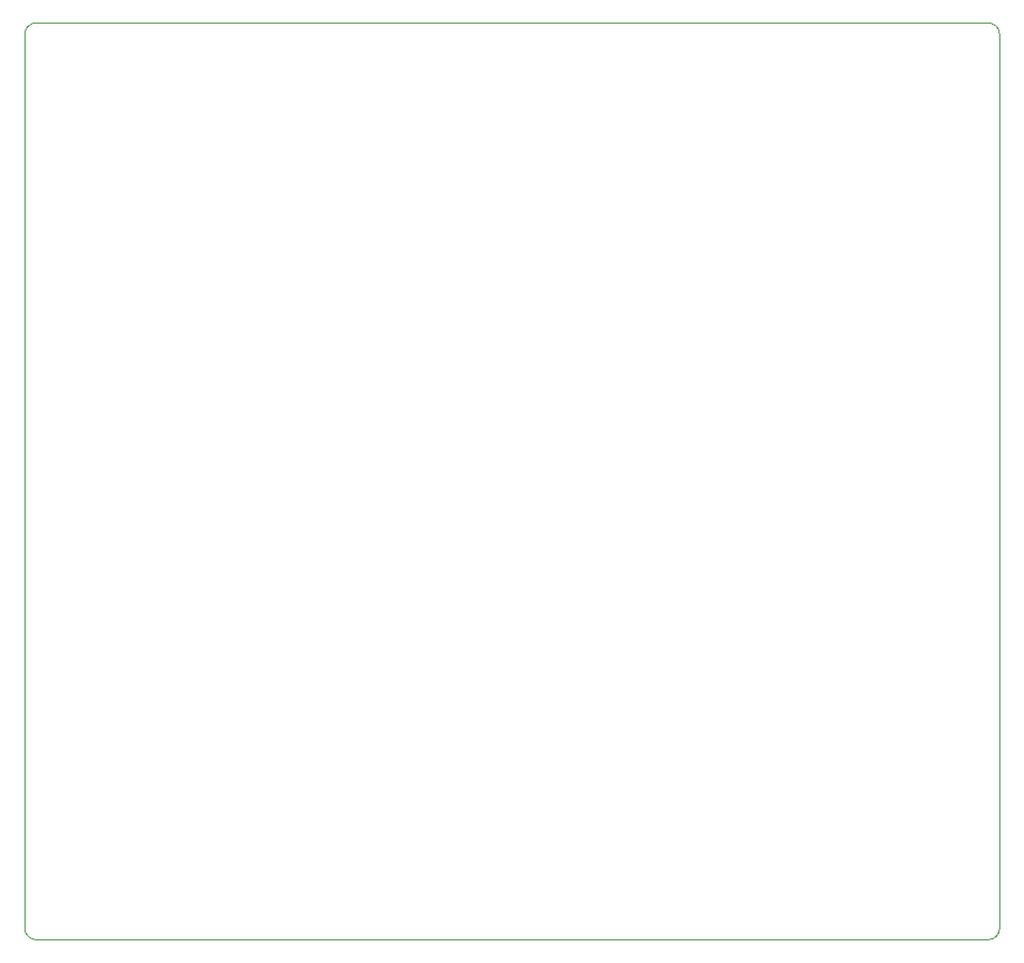
<source format=gm1>
G04 #@! TF.GenerationSoftware,KiCad,Pcbnew,(5.1.4)-1*
G04 #@! TF.CreationDate,2019-11-20T08:20:37+01:00*
G04 #@! TF.ProjectId,hardware_4850,68617264-7761-4726-955f-343835302e6b,rev?*
G04 #@! TF.SameCoordinates,Original*
G04 #@! TF.FileFunction,Profile,NP*
%FSLAX46Y46*%
G04 Gerber Fmt 4.6, Leading zero omitted, Abs format (unit mm)*
G04 Created by KiCad (PCBNEW (5.1.4)-1) date 2019-11-20 08:20:37*
%MOMM*%
%LPD*%
G04 APERTURE LIST*
%ADD10C,0.050000*%
G04 APERTURE END LIST*
D10*
X141000000Y-167000000D02*
X141000000Y-181000000D01*
X57000000Y-104000000D02*
G75*
G02X58000000Y-103000000I1000000J0D01*
G01*
X141000000Y-110000000D02*
X141000000Y-104000000D01*
X58000000Y-182000000D02*
G75*
G02X57000000Y-181000000I0J1000000D01*
G01*
X140000000Y-182000000D02*
X58000000Y-182000000D01*
X141000000Y-167000000D02*
X141000000Y-152000000D01*
X141000000Y-181000000D02*
G75*
G02X140000000Y-182000000I-1000000J0D01*
G01*
X57000000Y-181000000D02*
X57000000Y-104000000D01*
X58000000Y-103000000D02*
X140000000Y-103000000D01*
X141000000Y-152000000D02*
X141000000Y-110000000D01*
X140000000Y-103000000D02*
G75*
G02X141000000Y-104000000I0J-1000000D01*
G01*
M02*

</source>
